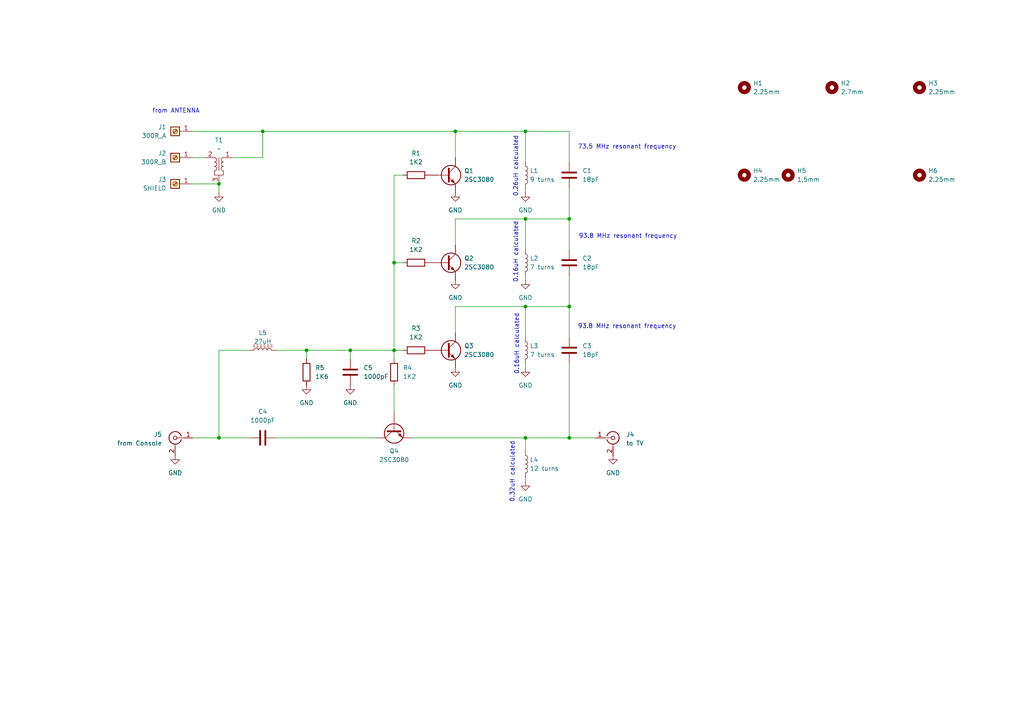
<source format=kicad_sch>
(kicad_sch (version 20250114) (generator "eeschema") (generator_version "9.0")
  (paper "A4")
  (lib_symbols
    (symbol "Connector:Conn_Coaxial" (pin_names (offset 1.016) (hide yes))
      (property "Reference" "J" (at 0.254 3.048 0))
      (property "Value" "Conn_Coaxial" (at 2.921 0 90))
      (symbol "Conn_Coaxial_0_1"
        (polyline (pts (xy -2.54 0) (xy -0.508 0)))
        (arc (start 1.778 0) (mid 0.222 -1.8079) (end -1.778 -0.508) (stroke (width 0.254)))
        (arc (start -1.778 0.508) (mid 0.2221 1.8084) (end 1.778 0) (stroke (width 0.254)))
        (circle (center 0 0) (radius 0.508) (stroke (width 0.2032)))
        (polyline (pts (xy 0 -2.54) (xy 0 -1.778)))
      )
      (symbol "Conn_Coaxial_1_1"
        (pin passive line (at -5.08 0 0) (length 2.54) (name "In") (number "1"))
        (pin passive line (at 0 -5.08 90) (length 2.54) (name "Ext") (number "2"))
      )
    )
    (symbol "Connector:Screw_Terminal_01x01" (pin_names (offset 1.016) (hide yes))
      (property "Reference" "J" (at 0 2.54 0))
      (property "Value" "Screw_Terminal_01x01" (at 0 -2.54 0))
      (symbol "Screw_Terminal_01x01_1_1"
        (rectangle (start -1.27 1.27) (end 1.27 -1.27) (stroke (width 0.254)) (fill (type background)))
        (polyline (pts (xy -0.5334 0.3302) (xy 0.3302 -0.508)) (stroke (width 0.1524)))
        (polyline (pts (xy -0.3556 0.508) (xy 0.508 -0.3302)) (stroke (width 0.1524)))
        (circle (center 0 0) (radius 0.635) (stroke (width 0.1524)))
        (pin passive line (at -5.08 0 0) (length 3.81) (name "Pin_1") (number "1"))
      )
    )
    (symbol "Device:C" (pin_numbers (hide yes)) (pin_names (offset 0.254))
      (property "Reference" "C" (at 0.635 2.54 0))
      (property "Value" "C" (at 0.635 -2.54 0))
      (symbol "C_0_1"
        (polyline (pts (xy -2.032 0.762) (xy 2.032 0.762)) (stroke (width 0.508)))
        (polyline (pts (xy -2.032 -0.762) (xy 2.032 -0.762)) (stroke (width 0.508)))
      )
      (symbol "C_1_1"
        (pin passive line (at 0 3.81 270) (length 2.794) (name "~") (number "1"))
        (pin passive line (at 0 -3.81 90) (length 2.794) (name "~") (number "2"))
      )
    )
    (symbol "Device:L" (pin_numbers (hide yes)) (pin_names (offset 1.016) (hide yes))
      (property "Reference" "L" (at -1.27 0 90))
      (property "Value" "L" (at 1.905 0 90))
      (symbol "L_0_1"
        (arc (start 0 2.54) (mid 0.6323 1.905) (end 0 1.27))
        (arc (start 0 1.27) (mid 0.6323 0.635) (end 0 0))
        (arc (start 0 0) (mid 0.6323 -0.635) (end 0 -1.27))
        (arc (start 0 -1.27) (mid 0.6323 -1.905) (end 0 -2.54))
      )
      (symbol "L_1_1"
        (pin passive line (at 0 3.81 270) (length 1.27) (name "1") (number "1"))
        (pin passive line (at 0 -3.81 90) (length 1.27) (name "2") (number "2"))
      )
    )
    (symbol "Device:L_Ferrite" (pin_numbers (hide yes)) (pin_names (offset 1.016) (hide yes))
      (property "Reference" "L" (at -1.27 0 90))
      (property "Value" "L_Ferrite" (at 2.794 0 90))
      (symbol "L_Ferrite_0_1"
        (arc (start 0 2.54) (mid 0.6323 1.905) (end 0 1.27))
        (arc (start 0 1.27) (mid 0.6323 0.635) (end 0 0))
        (arc (start 0 0) (mid 0.6323 -0.635) (end 0 -1.27))
        (arc (start 0 -1.27) (mid 0.6323 -1.905) (end 0 -2.54))
        (polyline (pts (xy 1.016 2.286) (xy 1.016 2.794)))
        (polyline (pts (xy 1.016 1.27) (xy 1.016 1.778)))
        (polyline (pts (xy 1.016 0.254) (xy 1.016 0.762)))
        (polyline (pts (xy 1.016 -0.762) (xy 1.016 -0.254)))
        (polyline (pts (xy 1.016 -1.778) (xy 1.016 -1.27)))
        (polyline (pts (xy 1.016 -2.794) (xy 1.016 -2.286)))
        (polyline (pts (xy 1.524 2.794) (xy 1.524 2.286)))
        (polyline (pts (xy 1.524 1.778) (xy 1.524 1.27)))
        (polyline (pts (xy 1.524 0.762) (xy 1.524 0.254)))
        (polyline (pts (xy 1.524 -0.254) (xy 1.524 -0.762)))
        (polyline (pts (xy 1.524 -1.27) (xy 1.524 -1.778)))
        (polyline (pts (xy 1.524 -2.286) (xy 1.524 -2.794)))
      )
      (symbol "L_Ferrite_1_1"
        (pin passive line (at 0 3.81 270) (length 1.27) (name "1") (number "1"))
        (pin passive line (at 0 -3.81 90) (length 1.27) (name "2") (number "2"))
      )
    )
    (symbol "Device:Q_NPN" (pin_numbers (hide yes)) (pin_names (offset 0) (hide yes))
      (property "Reference" "Q" (at 5.08 1.27 0))
      (property "Value" "Q_NPN" (at 5.08 -1.27 0))
      (symbol "Q_NPN_0_1"
        (polyline (pts (xy -2.54 0) (xy 0.635 0)))
        (polyline (pts (xy 0.635 1.905) (xy 0.635 -1.905)) (stroke (width 0.508)))
        (polyline (pts (xy 0.635 0.635) (xy 2.54 2.54)))
        (polyline (pts (xy 0.635 -0.635) (xy 2.54 -2.54)))
        (circle (center 1.27 0) (radius 2.8194) (stroke (width 0.254)))
        (polyline (pts (xy 1.27 -1.778) (xy 1.778 -1.27) (xy 2.286 -2.286) (xy 1.27 -1.778)) (fill (type outline)))
      )
      (symbol "Q_NPN_1_1"
        (pin input line (at -5.08 0 0) (length 2.54) (name "B") (number "B"))
        (pin passive line (at 2.54 5.08 270) (length 2.54) (name "C") (number "C"))
        (pin passive line (at 2.54 -5.08 90) (length 2.54) (name "E") (number "E"))
      )
    )
    (symbol "Device:R" (pin_numbers (hide yes)) (pin_names (offset 0))
      (property "Reference" "R" (at 2.032 0 90))
      (property "Value" "R" (at 0 0 90))
      (symbol "R_0_1"
        (rectangle (start -1.016 -2.54) (end 1.016 2.54) (stroke (width 0.254)))
      )
      (symbol "R_1_1"
        (pin passive line (at 0 3.81 270) (length 1.27) (name "~") (number "1"))
        (pin passive line (at 0 -3.81 90) (length 1.27) (name "~") (number "2"))
      )
    )
    (symbol "Mechanical:MountingHole" (pin_names (offset 1.016)) (in_bom no)
      (property "Reference" "H" (at 0 5.08 0))
      (property "Value" "MountingHole" (at 0 3.175 0))
      (symbol "MountingHole_0_1"
        (circle (center 0 0) (radius 1.27) (stroke (width 1.27)))
      )
    )
    (symbol "nintendo:transformer"
      (property "Reference" "T" (at 0 2.286 0))
      (symbol "transformer_0_1"
        (arc (start -1.27 0) (mid -0.635 -0.635) (end -1.27 -1.27))
        (arc (start -1.27 -1.27) (mid -0.635 -1.905) (end -1.27 -2.54))
        (arc (start -1.27 -2.54) (mid -0.635 -3.175) (end -1.27 -3.81))
        (polyline (pts (xy -1.27 -3.81) (xy -1.27 -5.08) (xy 1.27 -5.08) (xy 1.27 -3.81)))
        (polyline (pts (xy 0 0) (xy 0 -3.81)))
        (arc (start 1.27 -1.27) (mid 0.635 -0.635) (end 1.27 0))
        (arc (start 1.27 -2.54) (mid 0.635 -1.905) (end 1.27 -1.27))
        (arc (start 1.27 -3.81) (mid 0.635 -3.175) (end 1.27 -2.54))
      )
      (symbol "transformer_1_1"
        (pin input line (at -3.81 0 0) (length 2.54) (name "") (number "1"))
        (pin input line (at 0 -7.62 90) (length 2.54) (name "") (number "3"))
        (pin input line (at 3.81 0 180) (length 2.54) (name "") (number "2"))
      )
    )
    (symbol "power:GND" (power) (pin_numbers (hide yes)) (pin_names (offset 0) (hide yes))
      (property "Value" "GND" (at 0 -3.81 0))
      (symbol "GND_0_1"
        (polyline (pts (xy 0 0) (xy 0 -1.27) (xy 1.27 -1.27) (xy 0 -2.54) (xy -1.27 -1.27) (xy 0 -1.27)))
      )
      (symbol "GND_1_1"
        (pin power_in line (at 0 0 270) (length 0) (name "~") (number "1"))
      )
    )
  )
  (text "93.8 MHz resonant frequency" (at 181.864 94.742 0) (effects (font (size 1.27 1.27))))
  (text "0.26uH calculated" (at 149.606 48.26 90) (effects (font (size 1.27 1.27))))
  (text "0.16uH calculated" (at 149.86 99.822 90) (effects (font (size 1.27 1.27))))
  (text "93.8 MHz resonant frequency" (at 182.118 68.58 0) (effects (font (size 1.27 1.27))))
  (text "0.32uH calculated" (at 148.59 136.906 90) (effects (font (size 1.27 1.27))))
  (text "0.16uH calculated" (at 149.606 73.152 90) (effects (font (size 1.27 1.27))))
  (text "from ANTENNA" (at 51.054 32.258 0) (effects (font (size 1.27 1.27))))
  (text "73.5 MHz resonant frequency" (at 181.864 42.672 0) (effects (font (size 1.27 1.27))))
  (junction (at 132.08 38.1))
  (junction (at 165.1 63.5))
  (junction (at 165.1 127))
  (junction (at 101.6 101.6))
  (junction (at 152.4 38.1))
  (junction (at 114.3 101.6))
  (junction (at 63.5 53.34))
  (junction (at 114.3 76.2))
  (junction (at 63.5 127))
  (junction (at 76.2 38.1))
  (junction (at 88.9 101.6))
  (junction (at 165.1 88.9))
  (junction (at 152.4 88.9))
  (junction (at 152.4 127))
  (junction (at 152.4 63.5))
  (wire (pts (xy 114.3 76.2) (xy 116.84 76.2)))
  (wire (pts (xy 152.4 80.01) (xy 152.4 81.28)))
  (wire (pts (xy 152.4 88.9) (xy 152.4 97.79)))
  (wire (pts (xy 114.3 50.8) (xy 114.3 76.2)))
  (wire (pts (xy 88.9 104.14) (xy 88.9 101.6)))
  (wire (pts (xy 152.4 38.1) (xy 165.1 38.1)))
  (wire (pts (xy 114.3 104.14) (xy 114.3 101.6)))
  (wire (pts (xy 63.5 55.88) (xy 63.5 53.34)))
  (wire (pts (xy 165.1 127) (xy 152.4 127)))
  (wire (pts (xy 63.5 101.6) (xy 72.39 101.6)))
  (wire (pts (xy 165.1 80.01) (xy 165.1 88.9)))
  (wire (pts (xy 152.4 38.1) (xy 152.4 46.99)))
  (wire (pts (xy 119.38 127) (xy 152.4 127)))
  (wire (pts (xy 152.4 139.7) (xy 152.4 138.43)))
  (wire (pts (xy 152.4 130.81) (xy 152.4 127)))
  (wire (pts (xy 165.1 105.41) (xy 165.1 127)))
  (wire (pts (xy 114.3 101.6) (xy 116.84 101.6)))
  (wire (pts (xy 172.72 127) (xy 165.1 127)))
  (wire (pts (xy 76.2 38.1) (xy 132.08 38.1)))
  (wire (pts (xy 165.1 63.5) (xy 165.1 72.39)))
  (wire (pts (xy 114.3 111.76) (xy 114.3 119.38)))
  (wire (pts (xy 132.08 71.12) (xy 132.08 63.5)))
  (wire (pts (xy 152.4 55.88) (xy 152.4 54.61)))
  (wire (pts (xy 80.01 127) (xy 109.22 127)))
  (wire (pts (xy 152.4 63.5) (xy 132.08 63.5)))
  (wire (pts (xy 55.88 127) (xy 63.5 127)))
  (wire (pts (xy 152.4 63.5) (xy 152.4 72.39)))
  (wire (pts (xy 63.5 127) (xy 72.39 127)))
  (wire (pts (xy 88.9 101.6) (xy 101.6 101.6)))
  (wire (pts (xy 132.08 38.1) (xy 152.4 38.1)))
  (wire (pts (xy 132.08 38.1) (xy 132.08 45.72)))
  (wire (pts (xy 76.2 38.1) (xy 76.2 45.72)))
  (wire (pts (xy 114.3 50.8) (xy 116.84 50.8)))
  (wire (pts (xy 76.2 38.1) (xy 55.88 38.1)))
  (wire (pts (xy 101.6 104.14) (xy 101.6 101.6)))
  (wire (pts (xy 132.08 88.9) (xy 132.08 96.52)))
  (wire (pts (xy 67.31 45.72) (xy 76.2 45.72)))
  (wire (pts (xy 132.08 88.9) (xy 152.4 88.9)))
  (wire (pts (xy 152.4 88.9) (xy 165.1 88.9)))
  (wire (pts (xy 114.3 76.2) (xy 114.3 101.6)))
  (wire (pts (xy 55.88 53.34) (xy 63.5 53.34)))
  (wire (pts (xy 165.1 54.61) (xy 165.1 63.5)))
  (wire (pts (xy 101.6 101.6) (xy 114.3 101.6)))
  (wire (pts (xy 55.88 45.72) (xy 59.69 45.72)))
  (wire (pts (xy 165.1 38.1) (xy 165.1 46.99)))
  (wire (pts (xy 165.1 88.9) (xy 165.1 97.79)))
  (wire (pts (xy 80.01 101.6) (xy 88.9 101.6)))
  (wire (pts (xy 152.4 105.41) (xy 152.4 106.68)))
  (wire (pts (xy 165.1 63.5) (xy 152.4 63.5)))
  (wire (pts (xy 63.5 127) (xy 63.5 101.6)))
  (symbol (lib_id "Device:R") (at 120.65 76.2 270) (unit 1)
    (property "Reference" "R2" (at 120.65 69.85 90))
    (property "Value" "1K2" (at 120.65 72.39 90))
    (property "Footprint" "Nintendo:R_9mm" (effects (hide yes)))
    (property "Description" "Resistor" (effects (hide yes)))
  )
  (symbol (lib_id "Device:C") (at 165.1 76.2 0) (unit 1)
    (property "Reference" "C2" (at 168.91 74.9299 0) (effects (justify left)))
    (property "Value" "18pF" (at 168.91 77.4699 0) (effects (justify left)))
    (property "Footprint" "Nintendo:C_5mm" (effects (hide yes)))
    (property "Description" "Unpolarized capacitor" (effects (hide yes)))
  )
  (symbol (lib_id "Device:L") (at 152.4 134.62 0) (unit 1)
    (property "Reference" "L4" (at 153.67 133.3499 0) (effects (justify left)))
    (property "Value" "12 turns" (at 153.67 135.8899 0) (effects (justify left)))
    (property "Footprint" "Nintendo:L_3.5x5mm" (effects (hide yes)))
    (property "Description" "3mm ID, 3.8mm OD, 0.4mm wire" (effects (hide yes)))
  )
  (symbol (lib_id "power:GND") (at 132.08 106.68 0) (unit 1)
    (property "Reference" "#PWR04" (effects (hide yes)))
    (property "Value" "GND" (at 132.08 111.76 0))
    (property "Description" "Power symbol creates a global label with name \"GND\" , ground" (effects (hide yes)))
  )
  (symbol (lib_id "power:GND") (at 132.08 81.28 0) (unit 1)
    (property "Reference" "#PWR03" (effects (hide yes)))
    (property "Value" "GND" (at 132.08 86.36 0))
    (property "Description" "Power symbol creates a global label with name \"GND\" , ground" (effects (hide yes)))
  )
  (symbol (lib_id "Connector:Screw_Terminal_01x01") (at 50.8 45.72 0) (mirror y) (unit 1)
    (property "Reference" "J2" (at 48.26 44.4499 0) (effects (justify left)))
    (property "Value" "300R_B" (at 48.26 46.9899 0) (effects (justify left)))
    (property "Footprint" "Nintendo:terminal" (effects (hide yes)))
  )
  (symbol (lib_id "Device:R") (at 88.9 107.95 0) (mirror y) (unit 1)
    (property "Reference" "R5" (at 91.44 106.6799 0) (effects (justify right)))
    (property "Value" "1K6" (at 91.44 109.2199 0) (effects (justify right)))
    (property "Footprint" "Nintendo:R_9mm" (effects (hide yes)))
    (property "Description" "Resistor" (effects (hide yes)))
  )
  (symbol (lib_id "power:GND") (at 101.6 111.76 0) (unit 1)
    (property "Reference" "#PWR011" (effects (hide yes)))
    (property "Value" "GND" (at 101.6 116.84 0))
    (property "Description" "Power symbol creates a global label with name \"GND\" , ground" (effects (hide yes)))
  )
  (symbol (lib_id "Device:Q_NPN") (at 129.54 76.2 0) (unit 1)
    (property "Reference" "Q2" (at 134.62 74.9299 0) (effects (justify left)))
    (property "Value" "2SC3080" (at 134.62 77.4699 0) (effects (justify left)))
    (property "Footprint" "Nintendo:Q_FTR" (effects (hide yes)))
    (property "Description" "NPN bipolar transistor, VHF mix oscilator, UHF oscilator" (effects (hide yes)))
  )
  (symbol (lib_id "Device:R") (at 120.65 101.6 270) (unit 1)
    (property "Reference" "R3" (at 120.65 95.25 90))
    (property "Value" "1K2" (at 120.65 97.79 90))
    (property "Footprint" "Nintendo:R_9mm" (effects (hide yes)))
    (property "Description" "Resistor" (effects (hide yes)))
  )
  (symbol (lib_id "Device:L") (at 152.4 101.6 0) (unit 1)
    (property "Reference" "L3" (at 153.67 100.3299 0) (effects (justify left)))
    (property "Value" "7 turns" (at 153.67 102.8699 0) (effects (justify left)))
    (property "Footprint" "Nintendo:L_2.5x3.5mm" (effects (hide yes)))
    (property "Description" "3mm ID, 3.8mm OD, 0.4mm wire" (effects (hide yes)))
  )
  (symbol (lib_id "Device:C") (at 76.2 127 90) (unit 1)
    (property "Reference" "C4" (at 76.2 119.38 90))
    (property "Value" "1000pF" (at 76.2 121.92 90))
    (property "Footprint" "Nintendo:C_5.5mm" (effects (hide yes)))
    (property "Description" "Unpolarized capacitor" (effects (hide yes)))
  )
  (symbol (lib_id "Device:Q_NPN") (at 129.54 101.6 0) (unit 1)
    (property "Reference" "Q3" (at 134.62 100.3299 0) (effects (justify left)))
    (property "Value" "2SC3080" (at 134.62 102.8699 0) (effects (justify left)))
    (property "Footprint" "Nintendo:Q_FTR" (effects (hide yes)))
    (property "Description" "NPN bipolar transistor, VHF mix oscilator, UHF oscilator" (effects (hide yes)))
  )
  (symbol (lib_id "Device:L") (at 152.4 76.2 0) (unit 1)
    (property "Reference" "L2" (at 153.67 74.9299 0) (effects (justify left)))
    (property "Value" "7 turns" (at 153.67 77.4699 0) (effects (justify left)))
    (property "Footprint" "Nintendo:L_2.5x3.5mm" (effects (hide yes)))
    (property "Description" "3mm ID, 3.8mm OD, 0.4mm wire" (effects (hide yes)))
  )
  (symbol (lib_id "Connector:Screw_Terminal_01x01") (at 50.8 53.34 0) (mirror y) (unit 1)
    (property "Reference" "J3" (at 48.26 52.0699 0) (effects (justify left)))
    (property "Value" "SHIELD" (at 48.26 54.6099 0) (effects (justify left)))
    (property "Footprint" "Nintendo:shield" (effects (hide yes)))
  )
  (symbol (lib_id "Device:C") (at 165.1 50.8 0) (unit 1)
    (property "Reference" "C1" (at 168.91 49.5299 0) (effects (justify left)))
    (property "Value" "18pF" (at 168.91 52.0699 0) (effects (justify left)))
    (property "Footprint" "Nintendo:C_5mm" (effects (hide yes)))
    (property "Description" "Unpolarized capacitor" (effects (hide yes)))
  )
  (symbol (lib_id "nintendo:transformer") (at 63.5 45.72 0) (mirror y) (unit 1)
    (property "Reference" "T1" (at 63.5 40.64 0))
    (property "Value" "~" (at 63.5 43.18 0))
    (property "Footprint" "Nintendo:transformer" (effects (hide yes)))
  )
  (symbol (lib_id "Mechanical:MountingHole") (at 266.7 50.8 0) (unit 1) (in_bom no)
    (property "Reference" "H6" (at 269.24 49.5299 0) (effects (justify left)))
    (property "Value" "2.25mm" (at 269.24 52.0699 0) (effects (justify left)))
    (property "Footprint" "Nintendo:hole_2.25mm" (effects (hide yes)))
    (property "Description" "Mounting Hole without connection" (effects (hide yes)))
  )
  (symbol (lib_id "Connector:Conn_Coaxial") (at 177.8 127 0) (unit 1)
    (property "Reference" "J4" (at 181.61 126.0231 0) (effects (justify left)))
    (property "Value" "to TV" (at 181.61 128.5631 0) (effects (justify left)))
    (property "Footprint" "Nintendo:cable_to_tv" (effects (hide yes)))
    (property "Description" "coaxial connector (BNC, SMA, SMB, SMC, Cinch/RCA, LEMO, ...)" (effects (hide yes)))
  )
  (symbol (lib_id "Device:C") (at 165.1 101.6 0) (unit 1)
    (property "Reference" "C3" (at 168.91 100.3299 0) (effects (justify left)))
    (property "Value" "18pF" (at 168.91 102.8699 0) (effects (justify left)))
    (property "Footprint" "Nintendo:C_5mm" (effects (hide yes)))
    (property "Description" "Unpolarized capacitor" (effects (hide yes)))
  )
  (symbol (lib_id "Mechanical:MountingHole") (at 228.6 50.8 0) (unit 1) (in_bom no)
    (property "Reference" "H5" (at 231.14 49.5299 0) (effects (justify left)))
    (property "Value" "1.5mm" (at 231.14 52.0699 0) (effects (justify left)))
    (property "Footprint" "Nintendo:hole_1.5mm" (effects (hide yes)))
    (property "Description" "Mounting Hole without connection" (effects (hide yes)))
  )
  (symbol (lib_id "Device:R") (at 120.65 50.8 270) (unit 1)
    (property "Reference" "R1" (at 120.65 44.45 90))
    (property "Value" "1K2" (at 120.65 46.99 90))
    (property "Footprint" "Nintendo:R_9mm" (effects (hide yes)))
    (property "Description" "Resistor" (effects (hide yes)))
  )
  (symbol (lib_id "power:GND") (at 63.5 55.88 0) (mirror y) (unit 1)
    (property "Reference" "#PWR01" (effects (hide yes)))
    (property "Value" "GND" (at 63.5 60.96 0))
    (property "Description" "Power symbol creates a global label with name \"GND\" , ground" (effects (hide yes)))
  )
  (symbol (lib_id "power:GND") (at 152.4 106.68 0) (unit 1)
    (property "Reference" "#PWR08" (effects (hide yes)))
    (property "Value" "GND" (at 152.4 111.76 0))
    (property "Description" "Power symbol creates a global label with name \"GND\" , ground" (effects (hide yes)))
  )
  (symbol (lib_id "Device:C") (at 101.6 107.95 0) (unit 1)
    (property "Reference" "C5" (at 105.41 106.6799 0) (effects (justify left)))
    (property "Value" "1000pF" (at 105.41 109.2199 0) (effects (justify left)))
    (property "Footprint" "Nintendo:C_3mm" (effects (hide yes)))
    (property "Description" "Unpolarized capacitor" (effects (hide yes)))
  )
  (symbol (lib_id "Device:L") (at 152.4 50.8 0) (unit 1)
    (property "Reference" "L1" (at 153.67 49.5299 0) (effects (justify left)))
    (property "Value" "9 turns" (at 153.67 52.0699 0) (effects (justify left)))
    (property "Footprint" "Nintendo:L_3.5x3.5mm" (effects (hide yes)))
    (property "Description" "3mm ID, 3.8mm OD, 0.4mm wire" (effects (hide yes)))
  )
  (symbol (lib_id "Mechanical:MountingHole") (at 241.3 25.4 0) (unit 1) (in_bom no)
    (property "Reference" "H2" (at 243.84 24.1299 0) (effects (justify left)))
    (property "Value" "2.7mm" (at 243.84 26.6699 0) (effects (justify left)))
    (property "Footprint" "Nintendo:hole_2.7mm" (effects (hide yes)))
    (property "Description" "Mounting Hole without connection" (effects (hide yes)))
  )
  (symbol (lib_id "power:GND") (at 177.8 132.08 0) (unit 1)
    (property "Reference" "#PWR06" (effects (hide yes)))
    (property "Value" "GND" (at 177.8 137.16 0))
    (property "Description" "Power symbol creates a global label with name \"GND\" , ground" (effects (hide yes)))
  )
  (symbol (lib_id "power:GND") (at 152.4 139.7 0) (unit 1)
    (property "Reference" "#PWR07" (effects (hide yes)))
    (property "Value" "GND" (at 152.4 144.78 0))
    (property "Description" "Power symbol creates a global label with name \"GND\" , ground" (effects (hide yes)))
  )
  (symbol (lib_id "Device:Q_NPN") (at 114.3 124.46 90) (mirror x) (unit 1)
    (property "Reference" "Q4" (at 114.3 130.81 90))
    (property "Value" "2SC3080" (at 114.3 133.35 90))
    (property "Footprint" "Nintendo:Q_FTR" (effects (hide yes)))
    (property "Description" "NPN bipolar transistor, VHF mix oscilator, UHF oscilator" (effects (hide yes)))
  )
  (symbol (lib_id "Connector:Screw_Terminal_01x01") (at 50.8 38.1 0) (mirror y) (unit 1)
    (property "Reference" "J1" (at 48.26 36.8299 0) (effects (justify left)))
    (property "Value" "300R_A" (at 48.26 39.3699 0) (effects (justify left)))
    (property "Footprint" "Nintendo:terminal" (effects (hide yes)))
  )
  (symbol (lib_id "Mechanical:MountingHole") (at 266.7 25.4 0) (unit 1) (in_bom no)
    (property "Reference" "H3" (at 269.24 24.1299 0) (effects (justify left)))
    (property "Value" "2.25mm" (at 269.24 26.6699 0) (effects (justify left)))
    (property "Footprint" "Nintendo:hole_2.25mm" (effects (hide yes)))
    (property "Description" "Mounting Hole without connection" (effects (hide yes)))
  )
  (symbol (lib_id "power:GND") (at 88.9 111.76 0) (mirror y) (unit 1)
    (property "Reference" "#PWR013" (effects (hide yes)))
    (property "Value" "GND" (at 88.9 116.84 0))
    (property "Description" "Power symbol creates a global label with name \"GND\" , ground" (effects (hide yes)))
  )
  (symbol (lib_id "Device:Q_NPN") (at 129.54 50.8 0) (unit 1)
    (property "Reference" "Q1" (at 134.62 49.5299 0) (effects (justify left)))
    (property "Value" "2SC3080" (at 134.62 52.0699 0) (effects (justify left)))
    (property "Footprint" "Nintendo:Q_FTR" (effects (hide yes)))
    (property "Description" "NPN bipolar transistor, VHF mix oscilator, UHF oscilator" (effects (hide yes)))
  )
  (symbol (lib_id "Device:R") (at 114.3 107.95 0) (mirror x) (unit 1)
    (property "Reference" "R4" (at 116.84 106.6799 0) (effects (justify left)))
    (property "Value" "1K2" (at 116.84 109.2199 0) (effects (justify left)))
    (property "Footprint" "Nintendo:R_9mm" (effects (hide yes)))
    (property "Description" "Resistor" (effects (hide yes)))
  )
  (symbol (lib_id "Mechanical:MountingHole") (at 215.9 25.4 0) (unit 1) (in_bom no)
    (property "Reference" "H1" (at 218.44 24.1299 0) (effects (justify left)))
    (property "Value" "2.25mm" (at 218.44 26.6699 0) (effects (justify left)))
    (property "Footprint" "Nintendo:hole_2.25mm" (effects (hide yes)))
    (property "Description" "Mounting Hole without connection" (effects (hide yes)))
  )
  (symbol (lib_id "Mechanical:MountingHole") (at 215.9 50.8 0) (unit 1) (in_bom no)
    (property "Reference" "H4" (at 218.44 49.5299 0) (effects (justify left)))
    (property "Value" "2.25mm" (at 218.44 52.0699 0) (effects (justify left)))
    (property "Footprint" "Nintendo:hole_2.25mm" (effects (hide yes)))
    (property "Description" "Mounting Hole without connection" (effects (hide yes)))
  )
  (symbol (lib_id "power:GND") (at 132.08 55.88 0) (unit 1)
    (property "Reference" "#PWR02" (effects (hide yes)))
    (property "Value" "GND" (at 132.08 60.96 0))
    (property "Description" "Power symbol creates a global label with name \"GND\" , ground" (effects (hide yes)))
  )
  (symbol (lib_id "power:GND") (at 152.4 55.88 0) (unit 1)
    (property "Reference" "#PWR010" (effects (hide yes)))
    (property "Value" "GND" (at 152.4 60.96 0))
    (property "Description" "Power symbol creates a global label with name \"GND\" , ground" (effects (hide yes)))
  )
  (symbol (lib_id "Device:L_Ferrite") (at 76.2 101.6 270) (mirror x) (unit 1)
    (property "Reference" "L5" (at 76.2 96.52 90))
    (property "Value" "27uH" (at 76.2 99.06 90))
    (property "Footprint" "Nintendo:RFC_14.5mm" (effects (hide yes)))
    (property "Description" "Inductor with ferrite core" (effects (hide yes)))
  )
  (symbol (lib_id "power:GND") (at 152.4 81.28 0) (unit 1)
    (property "Reference" "#PWR09" (effects (hide yes)))
    (property "Value" "GND" (at 152.4 86.36 0))
    (property "Description" "Power symbol creates a global label with name \"GND\" , ground" (effects (hide yes)))
  )
  (symbol (lib_id "power:GND") (at 50.8 132.08 0) (mirror y) (unit 1)
    (property "Reference" "#PWR05" (effects (hide yes)))
    (property "Value" "GND" (at 50.8 137.16 0))
    (property "Description" "Power symbol creates a global label with name \"GND\" , ground" (effects (hide yes)))
  )
  (symbol (lib_id "Connector:Conn_Coaxial") (at 50.8 127 0) (mirror y) (unit 1)
    (property "Reference" "J5" (at 46.99 126.0231 0) (effects (justify left)))
    (property "Value" "from Console" (at 46.99 128.5631 0) (effects (justify left)))
    (property "Footprint" "Nintendo:cable_to_console" (effects (hide yes)))
    (property "Description" "RCA plug on 2.5m of coax" (effects (hide yes)))
  )
)
</source>
